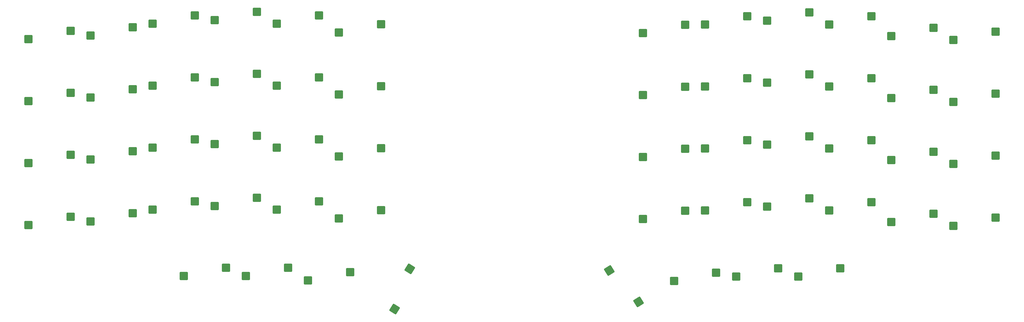
<source format=gbr>
G04 #@! TF.GenerationSoftware,KiCad,Pcbnew,9.0.3*
G04 #@! TF.CreationDate,2025-10-28T13:13:55+10:00*
G04 #@! TF.ProjectId,prototype-mk1_panel,70726f74-6f74-4797-9065-2d6d6b315f70,rev?*
G04 #@! TF.SameCoordinates,Original*
G04 #@! TF.FileFunction,Paste,Bot*
G04 #@! TF.FilePolarity,Positive*
%FSLAX46Y46*%
G04 Gerber Fmt 4.6, Leading zero omitted, Abs format (unit mm)*
G04 Created by KiCad (PCBNEW 9.0.3) date 2025-10-28 13:13:55*
%MOMM*%
%LPD*%
G01*
G04 APERTURE LIST*
G04 Aperture macros list*
%AMRoundRect*
0 Rectangle with rounded corners*
0 $1 Rounding radius*
0 $2 $3 $4 $5 $6 $7 $8 $9 X,Y pos of 4 corners*
0 Add a 4 corners polygon primitive as box body*
4,1,4,$2,$3,$4,$5,$6,$7,$8,$9,$2,$3,0*
0 Add four circle primitives for the rounded corners*
1,1,$1+$1,$2,$3*
1,1,$1+$1,$4,$5*
1,1,$1+$1,$6,$7*
1,1,$1+$1,$8,$9*
0 Add four rect primitives between the rounded corners*
20,1,$1+$1,$2,$3,$4,$5,0*
20,1,$1+$1,$4,$5,$6,$7,0*
20,1,$1+$1,$6,$7,$8,$9,0*
20,1,$1+$1,$8,$9,$2,$3,0*%
G04 Aperture macros list end*
%ADD10RoundRect,0.250000X-1.025000X-1.000000X1.025000X-1.000000X1.025000X1.000000X-1.025000X1.000000X0*%
%ADD11RoundRect,0.250000X-1.391215X0.339330X-0.304881X-1.399169X1.391215X-0.339330X0.304881X1.399169X0*%
%ADD12RoundRect,0.250000X0.304881X-1.399169X1.391215X0.339330X-0.304881X1.399169X-1.391215X-0.339330X0*%
G04 APERTURE END LIST*
D10*
X329801511Y-84771219D03*
X342728511Y-82231219D03*
X103161992Y-97703240D03*
X116088992Y-95163240D03*
X329801511Y-46671219D03*
X342728511Y-44131219D03*
X46011992Y-46458740D03*
X58938992Y-43918740D03*
X122211992Y-98846240D03*
X135138992Y-96306240D03*
X141261992Y-44363240D03*
X154188992Y-41823240D03*
X46011992Y-84558740D03*
X58938992Y-82018740D03*
X93636992Y-119229740D03*
X106563992Y-116689740D03*
X141261992Y-63413240D03*
X154188992Y-60873240D03*
X103161992Y-59603240D03*
X116088992Y-57063240D03*
X272651511Y-40765719D03*
X285578511Y-38225719D03*
D11*
X224166495Y-117563707D03*
X233170804Y-127180430D03*
D10*
X234551511Y-101725719D03*
X247478511Y-99185719D03*
X310751511Y-83628219D03*
X323678511Y-81088219D03*
X122211992Y-41696240D03*
X135138992Y-39156240D03*
X84111992Y-98846240D03*
X97038992Y-96306240D03*
X103161992Y-40553240D03*
X116088992Y-38013240D03*
X329801511Y-103821219D03*
X342728511Y-101281219D03*
X46011992Y-65508740D03*
X58938992Y-62968740D03*
X263126511Y-119442219D03*
X276053511Y-116902219D03*
X310751511Y-102678219D03*
X323678511Y-100138219D03*
X84111992Y-79796240D03*
X97038992Y-77256240D03*
X291701511Y-99058719D03*
X304628511Y-96518719D03*
X234551511Y-63625719D03*
X247478511Y-61085719D03*
X65061992Y-64365740D03*
X77988992Y-61825740D03*
X103161992Y-78653240D03*
X116088992Y-76113240D03*
X122211992Y-60746240D03*
X135138992Y-58206240D03*
X253601511Y-99058719D03*
X266528511Y-96518719D03*
X65061992Y-45315740D03*
X77988992Y-42775740D03*
X46011992Y-103608740D03*
X58938992Y-101068740D03*
X272651511Y-78865719D03*
X285578511Y-76325719D03*
X141261992Y-101513240D03*
X154188992Y-98973240D03*
X282176511Y-119442219D03*
X295103511Y-116902219D03*
X310751511Y-64578219D03*
X323678511Y-62038219D03*
X291701511Y-60958719D03*
X304628511Y-58418719D03*
X253601511Y-41908719D03*
X266528511Y-39368719D03*
X253601511Y-80008719D03*
X266528511Y-77468719D03*
X84111992Y-41696240D03*
X97038992Y-39156240D03*
X272651511Y-59815719D03*
X285578511Y-57275719D03*
X112686992Y-119229740D03*
X125613992Y-116689740D03*
X244076511Y-120775719D03*
X257003511Y-118235719D03*
X291701511Y-80008719D03*
X304628511Y-77468719D03*
X329801511Y-65721219D03*
X342728511Y-63181219D03*
X291701511Y-41908719D03*
X304628511Y-39368719D03*
X272651511Y-97915719D03*
X285578511Y-95375719D03*
X131736992Y-120563240D03*
X144663992Y-118023240D03*
D12*
X158308052Y-129368070D03*
X163004276Y-117059357D03*
D10*
X84111992Y-60746240D03*
X97038992Y-58206240D03*
X310751511Y-45528219D03*
X323678511Y-42988219D03*
X65061992Y-83415740D03*
X77988992Y-80875740D03*
X234551511Y-44575719D03*
X247478511Y-42035719D03*
X141261992Y-82463240D03*
X154188992Y-79923240D03*
X234551511Y-82675719D03*
X247478511Y-80135719D03*
X253601511Y-60958719D03*
X266528511Y-58418719D03*
X122211992Y-79796240D03*
X135138992Y-77256240D03*
X65061992Y-102465740D03*
X77988992Y-99925740D03*
M02*

</source>
